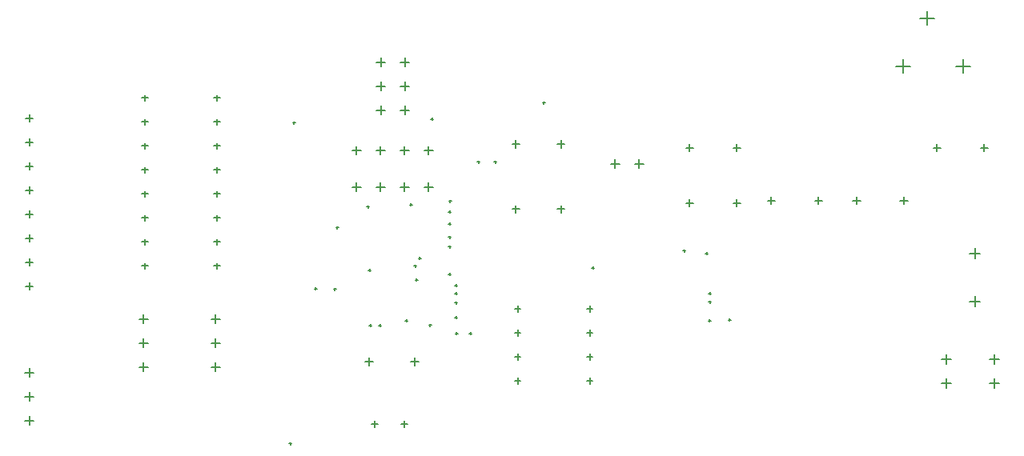
<source format=gbr>
G04*
G04 #@! TF.GenerationSoftware,Altium Limited,Altium Designer,22.4.2 (48)*
G04*
G04 Layer_Color=128*
%FSLAX24Y24*%
%MOIN*%
G70*
G04*
G04 #@! TF.SameCoordinates,3D4B7757-4479-4088-A00E-F10E6AE17A54*
G04*
G04*
G04 #@! TF.FilePolarity,Positive*
G04*
G01*
G75*
%ADD17C,0.0050*%
D17*
X26674Y11970D02*
X27028D01*
X26851Y11793D02*
Y12148D01*
X25674Y11970D02*
X26028D01*
X25851Y11793D02*
Y12148D01*
X24674Y11970D02*
X25028D01*
X24851Y11793D02*
Y12148D01*
X23674Y11970D02*
X24028D01*
X23851Y11793D02*
Y12148D01*
X10071Y14830D02*
X10371D01*
X10221Y14680D02*
Y14980D01*
X10071Y13830D02*
X10371D01*
X10221Y13680D02*
Y13980D01*
X10071Y12830D02*
X10371D01*
X10221Y12680D02*
Y12980D01*
X10071Y11830D02*
X10371D01*
X10221Y11680D02*
Y11980D01*
X10071Y10830D02*
X10371D01*
X10221Y10680D02*
Y10980D01*
X10071Y9830D02*
X10371D01*
X10221Y9680D02*
Y9980D01*
X10071Y8830D02*
X10371D01*
X10221Y8680D02*
Y8980D01*
X10071Y7830D02*
X10371D01*
X10221Y7680D02*
Y7980D01*
X14916Y15680D02*
X15166D01*
X15041Y15555D02*
Y15805D01*
X14916Y14680D02*
X15166D01*
X15041Y14555D02*
Y14805D01*
X14916Y13680D02*
X15166D01*
X15041Y13555D02*
Y13805D01*
X14916Y12680D02*
X15166D01*
X15041Y12555D02*
Y12805D01*
X14916Y11680D02*
X15166D01*
X15041Y11555D02*
Y11805D01*
X14916Y10680D02*
X15166D01*
X15041Y10555D02*
Y10805D01*
X14916Y9680D02*
X15166D01*
X15041Y9555D02*
Y9805D01*
X14916Y8680D02*
X15166D01*
X15041Y8555D02*
Y8805D01*
X17916Y15680D02*
X18166D01*
X18041Y15555D02*
Y15805D01*
X17916Y14680D02*
X18166D01*
X18041Y14555D02*
Y14805D01*
X17916Y13680D02*
X18166D01*
X18041Y13555D02*
Y13805D01*
X17916Y12680D02*
X18166D01*
X18041Y12555D02*
Y12805D01*
X17916Y11680D02*
X18166D01*
X18041Y11555D02*
Y11805D01*
X17916Y10680D02*
X18166D01*
X18041Y10555D02*
Y10805D01*
X17916Y9680D02*
X18166D01*
X18041Y9555D02*
Y9805D01*
X17916Y8680D02*
X18166D01*
X18041Y8555D02*
Y8805D01*
X14807Y6470D02*
X15161D01*
X14984Y6293D02*
Y6647D01*
X14807Y5470D02*
X15161D01*
X14984Y5293D02*
Y5647D01*
X14807Y4470D02*
X15161D01*
X14984Y4293D02*
Y4647D01*
X17807Y6470D02*
X18161D01*
X17984Y6293D02*
Y6647D01*
X17807Y5470D02*
X18161D01*
X17984Y5293D02*
Y5647D01*
X17807Y4470D02*
X18161D01*
X17984Y4293D02*
Y4647D01*
X26111Y4700D02*
X26431D01*
X26271Y4540D02*
Y4860D01*
X24211Y4700D02*
X24531D01*
X24371Y4540D02*
Y4860D01*
X24684Y17168D02*
X25038D01*
X24861Y16991D02*
Y17346D01*
X25684Y17168D02*
X26038D01*
X25861Y16991D02*
Y17346D01*
X24684Y16168D02*
X25038D01*
X24861Y15991D02*
Y16346D01*
X25684Y16168D02*
X26038D01*
X25861Y15991D02*
Y16346D01*
X24684Y15168D02*
X25038D01*
X24861Y14991D02*
Y15346D01*
X25684Y15168D02*
X26038D01*
X25861Y14991D02*
Y15346D01*
X23668Y13492D02*
X24022D01*
X23845Y13315D02*
Y13670D01*
X24668Y13492D02*
X25022D01*
X24845Y13315D02*
Y13670D01*
X25668Y13492D02*
X26022D01*
X25845Y13315D02*
Y13670D01*
X26668Y13492D02*
X27022D01*
X26845Y13315D02*
Y13670D01*
X10044Y2243D02*
X10398D01*
X10221Y2066D02*
Y2420D01*
X10044Y3243D02*
X10398D01*
X10221Y3066D02*
Y3420D01*
X10044Y4243D02*
X10398D01*
X10221Y4066D02*
Y4420D01*
X24473Y2100D02*
X24749D01*
X24611Y1963D02*
Y2238D01*
X25693Y2100D02*
X25969D01*
X25831Y1963D02*
Y2238D01*
X35438Y12935D02*
X35792D01*
X35615Y12758D02*
Y13113D01*
X34438Y12935D02*
X34792D01*
X34615Y12758D02*
Y13113D01*
X32203Y13761D02*
X32513D01*
X32358Y13606D02*
Y13916D01*
X30323Y11051D02*
X30633D01*
X30478Y10896D02*
Y11206D01*
X32203Y11051D02*
X32513D01*
X32358Y10896D02*
Y11206D01*
X30323Y13761D02*
X30633D01*
X30478Y13606D02*
Y13916D01*
X30436Y6900D02*
X30686D01*
X30561Y6775D02*
Y7025D01*
X30436Y5900D02*
X30686D01*
X30561Y5775D02*
Y6025D01*
X30436Y4900D02*
X30686D01*
X30561Y4775D02*
Y5025D01*
X30436Y3900D02*
X30686D01*
X30561Y3775D02*
Y4025D01*
X33436Y6900D02*
X33686D01*
X33561Y6775D02*
Y7025D01*
X33436Y5900D02*
X33686D01*
X33561Y5775D02*
Y6025D01*
X33436Y4900D02*
X33686D01*
X33561Y4775D02*
Y5025D01*
X33436Y3900D02*
X33686D01*
X33561Y3775D02*
Y4025D01*
X47859Y13610D02*
X48174D01*
X48017Y13453D02*
Y13768D01*
X49828Y13610D02*
X50143D01*
X49985Y13453D02*
Y13768D01*
X48201Y4810D02*
X48601D01*
X48401Y4610D02*
Y5010D01*
X48201Y3810D02*
X48601D01*
X48401Y3610D02*
Y4010D01*
X37559Y11310D02*
X37874D01*
X37717Y11153D02*
Y11468D01*
X39528Y11310D02*
X39843D01*
X39685Y11153D02*
Y11468D01*
X49384Y7210D02*
X49818D01*
X49601Y6994D02*
Y7427D01*
X49384Y9210D02*
X49818D01*
X49601Y8994D02*
Y9427D01*
X47306Y19010D02*
X47896D01*
X47601Y18715D02*
Y19306D01*
X48806Y17010D02*
X49396D01*
X49101Y16715D02*
Y17306D01*
X46306Y17010D02*
X46896D01*
X46601Y16715D02*
Y17306D01*
X39528Y13610D02*
X39843D01*
X39685Y13453D02*
Y13768D01*
X37559Y13610D02*
X37874D01*
X37717Y13453D02*
Y13768D01*
X42928Y11410D02*
X43243D01*
X43085Y11253D02*
Y11568D01*
X40959Y11410D02*
X41274D01*
X41117Y11253D02*
Y11568D01*
X46476Y11410D02*
X46791D01*
X46634Y11253D02*
Y11568D01*
X44508Y11410D02*
X44823D01*
X44665Y11253D02*
Y11568D01*
X50201Y4810D02*
X50601D01*
X50401Y4610D02*
Y5010D01*
X50201Y3810D02*
X50601D01*
X50401Y3610D02*
Y4010D01*
X22099Y7741D02*
X22199D01*
X22149Y7691D02*
Y7791D01*
X26861Y6220D02*
X26961D01*
X26911Y6170D02*
Y6270D01*
X25881Y6400D02*
X25981D01*
X25931Y6350D02*
Y6450D01*
X26941Y14810D02*
X27041D01*
X26991Y14760D02*
Y14860D01*
X21051Y1290D02*
X21151D01*
X21101Y1240D02*
Y1340D01*
X26241Y8690D02*
X26341D01*
X26291Y8640D02*
Y8740D01*
Y8100D02*
X26391D01*
X26341Y8050D02*
Y8150D01*
X39331Y6431D02*
X39431D01*
X39381Y6381D02*
Y6481D01*
X38491Y6411D02*
X38591D01*
X38541Y6361D02*
Y6461D01*
X31601Y15481D02*
X31701D01*
X31651Y15431D02*
Y15531D01*
X28541Y5871D02*
X28641D01*
X28591Y5821D02*
Y5921D01*
X27957Y5876D02*
X28057D01*
X28007Y5826D02*
Y5926D01*
X27951Y7530D02*
X28051D01*
X28001Y7480D02*
Y7580D01*
X38385Y9206D02*
X38485D01*
X38435Y9156D02*
Y9256D01*
X37441Y9320D02*
X37541D01*
X37491Y9270D02*
Y9370D01*
X29571Y13021D02*
X29671D01*
X29621Y12971D02*
Y13071D01*
X28871Y13020D02*
X28971D01*
X28921Y12970D02*
Y13070D01*
X26061Y11240D02*
X26161D01*
X26111Y11190D02*
Y11290D01*
X38508Y7181D02*
X38608D01*
X38558Y7131D02*
Y7231D01*
X38511Y7531D02*
X38611D01*
X38561Y7481D02*
Y7581D01*
X33643Y8606D02*
X33743D01*
X33693Y8556D02*
Y8656D01*
X27681Y10930D02*
X27781D01*
X27731Y10880D02*
Y10980D01*
X22900Y7716D02*
X23000D01*
X22950Y7666D02*
Y7766D01*
X27671Y10440D02*
X27771D01*
X27721Y10390D02*
Y10490D01*
X27681Y9490D02*
X27781D01*
X27731Y9440D02*
Y9540D01*
X24281Y11150D02*
X24381D01*
X24331Y11100D02*
Y11200D01*
X22990Y10290D02*
X23090D01*
X23040Y10240D02*
Y10340D01*
X21201Y14660D02*
X21301D01*
X21251Y14610D02*
Y14710D01*
X27691Y11380D02*
X27791D01*
X27741Y11330D02*
Y11430D01*
X26430Y8999D02*
X26530D01*
X26480Y8949D02*
Y9049D01*
X27681Y9880D02*
X27781D01*
X27731Y9830D02*
Y9930D01*
X24341Y8500D02*
X24441D01*
X24391Y8450D02*
Y8550D01*
X27671Y8340D02*
X27771D01*
X27721Y8290D02*
Y8390D01*
X24371Y6200D02*
X24471D01*
X24421Y6150D02*
Y6250D01*
X24771Y6200D02*
X24871D01*
X24821Y6150D02*
Y6250D01*
X27949Y6540D02*
X28049D01*
X27999Y6490D02*
Y6590D01*
X27951Y7151D02*
X28051D01*
X28001Y7101D02*
Y7201D01*
X27951Y7870D02*
X28051D01*
X28001Y7820D02*
Y7920D01*
M02*

</source>
